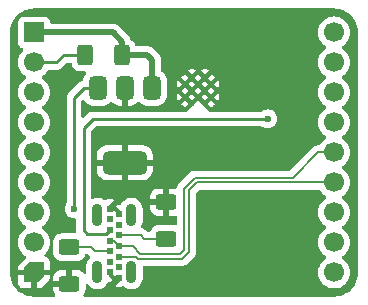
<source format=gbr>
%TF.GenerationSoftware,KiCad,Pcbnew,8.0.4*%
%TF.CreationDate,2024-07-30T11:12:02-04:00*%
%TF.ProjectId,esp32-c3-wroom-socket,65737033-322d-4633-932d-77726f6f6d2d,rev?*%
%TF.SameCoordinates,Original*%
%TF.FileFunction,Copper,L4,Bot*%
%TF.FilePolarity,Positive*%
%FSLAX46Y46*%
G04 Gerber Fmt 4.6, Leading zero omitted, Abs format (unit mm)*
G04 Created by KiCad (PCBNEW 8.0.4) date 2024-07-30 11:12:02*
%MOMM*%
%LPD*%
G01*
G04 APERTURE LIST*
G04 Aperture macros list*
%AMRoundRect*
0 Rectangle with rounded corners*
0 $1 Rounding radius*
0 $2 $3 $4 $5 $6 $7 $8 $9 X,Y pos of 4 corners*
0 Add a 4 corners polygon primitive as box body*
4,1,4,$2,$3,$4,$5,$6,$7,$8,$9,$2,$3,0*
0 Add four circle primitives for the rounded corners*
1,1,$1+$1,$2,$3*
1,1,$1+$1,$4,$5*
1,1,$1+$1,$6,$7*
1,1,$1+$1,$8,$9*
0 Add four rect primitives between the rounded corners*
20,1,$1+$1,$2,$3,$4,$5,0*
20,1,$1+$1,$4,$5,$6,$7,0*
20,1,$1+$1,$6,$7,$8,$9,0*
20,1,$1+$1,$8,$9,$2,$3,0*%
%AMOutline5P*
0 Free polygon, 5 corners , with rotation*
0 The origin of the aperture is its center*
0 number of corners: always 5*
0 $1 to $10 corner X, Y*
0 $11 Rotation angle, in degrees counterclockwise*
0 create outline with 5 corners*
4,1,5,$1,$2,$3,$4,$5,$6,$7,$8,$9,$10,$1,$2,$11*%
%AMOutline6P*
0 Free polygon, 6 corners , with rotation*
0 The origin of the aperture is its center*
0 number of corners: always 6*
0 $1 to $12 corner X, Y*
0 $13 Rotation angle, in degrees counterclockwise*
0 create outline with 6 corners*
4,1,6,$1,$2,$3,$4,$5,$6,$7,$8,$9,$10,$11,$12,$1,$2,$13*%
%AMOutline7P*
0 Free polygon, 7 corners , with rotation*
0 The origin of the aperture is its center*
0 number of corners: always 7*
0 $1 to $14 corner X, Y*
0 $15 Rotation angle, in degrees counterclockwise*
0 create outline with 7 corners*
4,1,7,$1,$2,$3,$4,$5,$6,$7,$8,$9,$10,$11,$12,$13,$14,$1,$2,$15*%
%AMOutline8P*
0 Free polygon, 8 corners , with rotation*
0 The origin of the aperture is its center*
0 number of corners: always 8*
0 $1 to $16 corner X, Y*
0 $17 Rotation angle, in degrees counterclockwise*
0 create outline with 8 corners*
4,1,8,$1,$2,$3,$4,$5,$6,$7,$8,$9,$10,$11,$12,$13,$14,$15,$16,$1,$2,$17*%
G04 Aperture macros list end*
%TA.AperFunction,ComponentPad*%
%ADD10C,0.400000*%
%TD*%
%TA.AperFunction,ComponentPad*%
%ADD11C,0.609600*%
%TD*%
%TA.AperFunction,ComponentPad*%
%ADD12O,0.914400X1.905000*%
%TD*%
%TA.AperFunction,ComponentPad*%
%ADD13R,1.700000X1.700000*%
%TD*%
%TA.AperFunction,ComponentPad*%
%ADD14C,1.700000*%
%TD*%
%TA.AperFunction,ComponentPad*%
%ADD15Outline6P,-0.850000X0.340000X-0.340000X0.850000X0.850000X0.850000X0.850000X-0.340000X0.340000X-0.850000X-0.850000X-0.850000X0.000000*%
%TD*%
%TA.AperFunction,SMDPad,CuDef*%
%ADD16RoundRect,0.375000X-0.375000X0.625000X-0.375000X-0.625000X0.375000X-0.625000X0.375000X0.625000X0*%
%TD*%
%TA.AperFunction,SMDPad,CuDef*%
%ADD17RoundRect,0.500000X-1.400000X0.500000X-1.400000X-0.500000X1.400000X-0.500000X1.400000X0.500000X0*%
%TD*%
%TA.AperFunction,SMDPad,CuDef*%
%ADD18RoundRect,0.250000X0.400000X0.625000X-0.400000X0.625000X-0.400000X-0.625000X0.400000X-0.625000X0*%
%TD*%
%TA.AperFunction,SMDPad,CuDef*%
%ADD19RoundRect,0.250000X-0.625000X0.400000X-0.625000X-0.400000X0.625000X-0.400000X0.625000X0.400000X0*%
%TD*%
%TA.AperFunction,ViaPad*%
%ADD20C,0.600000*%
%TD*%
%TA.AperFunction,Conductor*%
%ADD21C,0.500000*%
%TD*%
%TA.AperFunction,Conductor*%
%ADD22C,0.250000*%
%TD*%
%TA.AperFunction,Conductor*%
%ADD23C,0.200000*%
%TD*%
G04 APERTURE END LIST*
D10*
%TO.P,U1,28,GND__10*%
%TO.N,GND*%
X157350000Y-63300000D03*
%TO.P,U1,29,GND__11*%
X158450000Y-63300000D03*
%TO.P,U1,30,GND__12*%
X156800000Y-63850000D03*
%TO.P,U1,31,GND__13*%
X157900000Y-63850000D03*
%TO.P,U1,32,GND__14*%
X159000000Y-63850000D03*
%TO.P,U1,33,GND__15*%
X157350000Y-64400000D03*
%TO.P,U1,34,GND__16*%
X158450000Y-64400000D03*
%TO.P,U1,35,GND__17*%
X156800000Y-64950000D03*
%TO.P,U1,36,GND__18*%
X157900000Y-64950000D03*
%TO.P,U1,37,GND__19*%
X159000000Y-64950000D03*
%TO.P,U1,38,GND__20*%
X157350000Y-65500000D03*
%TO.P,U1,39,GND__21*%
X158450000Y-65500000D03*
%TD*%
D11*
%TO.P,J3,A1,GND*%
%TO.N,GND*%
X150419999Y-79799999D03*
%TO.P,J3,A4,VBUS*%
%TO.N,VBUS*%
X150419999Y-78899998D03*
%TO.P,J3,A5,CC1*%
%TO.N,Net-(J3-CC1)*%
X150419999Y-78000000D03*
%TO.P,J3,A6,DP1*%
%TO.N,USB_D+*%
X150419999Y-77099999D03*
%TO.P,J3,A7,DN1*%
%TO.N,USB_D-*%
X150419999Y-76199999D03*
%TO.P,J3,A9,VBUS*%
%TO.N,VBUS*%
X150419999Y-75300000D03*
%TO.P,J3,A12,GND*%
%TO.N,GND*%
X150419999Y-74400000D03*
%TO.P,J3,B1,GND*%
X151200000Y-74850000D03*
%TO.P,J3,B4,VBUS*%
%TO.N,VBUS*%
X151200000Y-75750000D03*
%TO.P,J3,B5,CC2*%
%TO.N,Net-(J3-CC2)*%
X151200000Y-76650000D03*
%TO.P,J3,B6,DP2*%
%TO.N,USB_D+*%
X151200000Y-77550000D03*
%TO.P,J3,B7,DN2*%
%TO.N,USB_D-*%
X151200000Y-78450000D03*
%TO.P,J3,B9,VBUS*%
%TO.N,VBUS*%
X151200000Y-79350000D03*
%TO.P,J3,B12,GND*%
%TO.N,GND*%
X151200000Y-80250000D03*
D12*
%TO.P,J3,S_1*%
%TO.N,N/C*%
X149379999Y-79749999D03*
%TO.P,J3,S_2*%
X152239999Y-79749999D03*
%TO.P,J3,S_3*%
X149379999Y-74950000D03*
%TO.P,J3,S_4*%
X152239999Y-74950000D03*
%TD*%
D13*
%TO.P,J2,1*%
%TO.N,3V3*%
X144010000Y-59480000D03*
D14*
%TO.P,J2,2*%
%TO.N,EN*%
X144010000Y-62020000D03*
%TO.P,J2,3*%
%TO.N,GPIO4*%
X144010000Y-64560000D03*
%TO.P,J2,4*%
%TO.N,GPIO5*%
X144010000Y-67100000D03*
%TO.P,J2,5*%
%TO.N,GPIO6*%
X144010000Y-69640000D03*
%TO.P,J2,6*%
%TO.N,GPIO7*%
X144010000Y-72180000D03*
%TO.P,J2,7*%
%TO.N,GPIO8*%
X144010000Y-74720000D03*
%TO.P,J2,8*%
%TO.N,GPIO9*%
X144010000Y-77260000D03*
D15*
%TO.P,J2,9*%
%TO.N,GND*%
X144010000Y-79800000D03*
D14*
%TO.P,J2,10*%
%TO.N,GPIO10*%
X169410000Y-79800000D03*
%TO.P,J2,11*%
%TO.N,UART-RX*%
X169410000Y-77260000D03*
%TO.P,J2,12*%
%TO.N,UART-TX*%
X169410000Y-74720000D03*
%TO.P,J2,13*%
%TO.N,USB_D-*%
X169410000Y-72180000D03*
%TO.P,J2,14*%
%TO.N,USB_D+*%
X169410000Y-69640000D03*
%TO.P,J2,15*%
%TO.N,GPIO3*%
X169410000Y-67100000D03*
%TO.P,J2,16*%
%TO.N,GPIO2*%
X169410000Y-64560000D03*
%TO.P,J2,17*%
%TO.N,GPIO1*%
X169410000Y-62020000D03*
%TO.P,J2,18*%
%TO.N,GPIO0*%
X169410000Y-59480000D03*
%TD*%
D16*
%TO.P,U2,1,VI*%
%TO.N,VBUS*%
X149400000Y-64200000D03*
%TO.P,U2,2,GND*%
%TO.N,GND*%
X151700000Y-64200000D03*
D17*
X151700000Y-70500000D03*
D16*
%TO.P,U2,3,VO*%
%TO.N,3V3*%
X154000000Y-64200000D03*
%TD*%
D18*
%TO.P,R1,1*%
%TO.N,3V3*%
X151450000Y-61400000D03*
%TO.P,R1,2*%
%TO.N,EN*%
X148350000Y-61400000D03*
%TD*%
D19*
%TO.P,R5,1*%
%TO.N,Net-(J3-CC1)*%
X147000000Y-77650000D03*
%TO.P,R5,2*%
%TO.N,GND*%
X147000000Y-80750000D03*
%TD*%
%TO.P,R6,1*%
%TO.N,GND*%
X155200000Y-73850000D03*
%TO.P,R6,2*%
%TO.N,Net-(J3-CC2)*%
X155200000Y-76950000D03*
%TD*%
D20*
%TO.N,GND*%
X163600000Y-75600000D03*
X151800000Y-64200000D03*
%TO.N,VBUS*%
X147400000Y-74400000D03*
%TO.N,USB_D-*%
X163800000Y-66800000D03*
%TD*%
D21*
%TO.N,GND*%
X151700000Y-64200000D02*
X151800000Y-64200000D01*
D22*
X150870000Y-80250000D02*
X151200000Y-80250000D01*
%TO.N,VBUS*%
X148200000Y-64200000D02*
X149400000Y-64200000D01*
X147400000Y-65000000D02*
X148200000Y-64200000D01*
X147400000Y-74400000D02*
X147400000Y-65000000D01*
D23*
%TO.N,USB_D+*%
X150749999Y-77099999D02*
X151200000Y-77550000D01*
X165920000Y-71780000D02*
X168060000Y-69640000D01*
X153000000Y-78200000D02*
X156400000Y-78200000D01*
X156400000Y-78200000D02*
X156700000Y-77900000D01*
X156700000Y-72700000D02*
X157620000Y-71780000D01*
X151200000Y-77550000D02*
X152350000Y-77550000D01*
X157620000Y-71780000D02*
X165920000Y-71780000D01*
X156700000Y-77900000D02*
X156700000Y-72700000D01*
X152350000Y-77550000D02*
X153000000Y-78200000D01*
X150419999Y-77099999D02*
X150749999Y-77099999D01*
X168060000Y-69640000D02*
X169410000Y-69640000D01*
%TO.N,USB_D-*%
X157125000Y-78076041D02*
X157125000Y-72840686D01*
D22*
X148504799Y-76504799D02*
X150115199Y-76504799D01*
X148200000Y-67600000D02*
X148200000Y-76200000D01*
X148200000Y-76200000D02*
X148504799Y-76504799D01*
D23*
X151200000Y-78450000D02*
X152648959Y-78450000D01*
X156576041Y-78625000D02*
X157125000Y-78076041D01*
X157785686Y-72180000D02*
X169410000Y-72180000D01*
D22*
X163800000Y-66800000D02*
X149000000Y-66800000D01*
D23*
X152823959Y-78625000D02*
X156576041Y-78625000D01*
D22*
X150115199Y-76504799D02*
X150419999Y-76199999D01*
D23*
X152648959Y-78450000D02*
X152823959Y-78625000D01*
X157125000Y-72840686D02*
X157785686Y-72180000D01*
D22*
X149000000Y-66800000D02*
X148200000Y-67600000D01*
%TO.N,EN*%
X148350000Y-61400000D02*
X146520000Y-61400000D01*
X144010000Y-62020000D02*
X145900000Y-62020000D01*
X146520000Y-61400000D02*
X145900000Y-62020000D01*
D21*
%TO.N,3V3*%
X154000000Y-61800000D02*
X154000000Y-64200000D01*
X151450000Y-61400000D02*
X153600000Y-61400000D01*
X150680000Y-59480000D02*
X151450000Y-60250000D01*
X153600000Y-61400000D02*
X154000000Y-61800000D01*
X144010000Y-59480000D02*
X150680000Y-59480000D01*
X151450000Y-60250000D02*
X151450000Y-61400000D01*
D23*
%TO.N,Net-(J3-CC2)*%
X153350000Y-76950000D02*
X155200000Y-76950000D01*
X151200000Y-76650000D02*
X153050000Y-76650000D01*
X153050000Y-76650000D02*
X153350000Y-76950000D01*
%TO.N,Net-(J3-CC1)*%
X150419999Y-78000000D02*
X149200000Y-78000000D01*
X149200000Y-78000000D02*
X148850000Y-77650000D01*
X148850000Y-77650000D02*
X147000000Y-77650000D01*
%TD*%
%TA.AperFunction,Conductor*%
%TO.N,GND*%
G36*
X169414042Y-57440765D02*
G01*
X169436774Y-57442254D01*
X169668114Y-57457417D01*
X169684172Y-57459532D01*
X169929888Y-57508408D01*
X169945554Y-57512606D01*
X170096709Y-57563916D01*
X170182788Y-57593136D01*
X170197765Y-57599339D01*
X170415336Y-57706633D01*
X170422460Y-57710146D01*
X170436508Y-57718256D01*
X170644815Y-57857443D01*
X170657679Y-57867314D01*
X170846033Y-58032497D01*
X170857502Y-58043966D01*
X171022685Y-58232320D01*
X171032558Y-58245186D01*
X171050778Y-58272455D01*
X171171743Y-58453492D01*
X171179853Y-58467539D01*
X171290657Y-58692227D01*
X171296864Y-58707213D01*
X171377393Y-58944445D01*
X171381591Y-58960111D01*
X171430465Y-59205813D01*
X171432583Y-59221895D01*
X171449235Y-59475956D01*
X171449500Y-59484066D01*
X171449500Y-79795933D01*
X171449235Y-79804043D01*
X171432583Y-80058104D01*
X171430465Y-80074186D01*
X171381591Y-80319888D01*
X171377393Y-80335554D01*
X171296864Y-80572786D01*
X171290657Y-80587772D01*
X171179853Y-80812460D01*
X171171743Y-80826507D01*
X171032559Y-81034811D01*
X171022685Y-81047679D01*
X170857502Y-81236033D01*
X170846033Y-81247502D01*
X170657679Y-81412685D01*
X170644811Y-81422559D01*
X170436507Y-81561743D01*
X170422460Y-81569853D01*
X170197772Y-81680657D01*
X170182786Y-81686864D01*
X169945554Y-81767393D01*
X169929888Y-81771591D01*
X169684186Y-81820465D01*
X169668104Y-81822583D01*
X169414043Y-81839235D01*
X169405933Y-81839500D01*
X148295523Y-81839500D01*
X148228484Y-81819815D01*
X148182729Y-81767011D01*
X148172785Y-81697853D01*
X148201810Y-81634297D01*
X148207842Y-81627819D01*
X148217315Y-81618345D01*
X148309356Y-81469124D01*
X148309358Y-81469119D01*
X148364505Y-81302697D01*
X148364506Y-81302690D01*
X148374999Y-81199986D01*
X148374999Y-80873799D01*
X148394683Y-80806760D01*
X148447487Y-80761005D01*
X148516646Y-80751061D01*
X148580201Y-80780086D01*
X148602101Y-80804907D01*
X148636107Y-80855800D01*
X148769497Y-80989190D01*
X148769501Y-80989193D01*
X148926351Y-81093998D01*
X148926364Y-81094005D01*
X149100643Y-81166193D01*
X149100648Y-81166195D01*
X149270527Y-81199986D01*
X149285669Y-81202998D01*
X149285672Y-81202999D01*
X149285674Y-81202999D01*
X149474326Y-81202999D01*
X149474327Y-81202998D01*
X149659350Y-81166195D01*
X149833640Y-81094002D01*
X149990497Y-80989193D01*
X150123893Y-80855797D01*
X150228702Y-80698940D01*
X150236760Y-80679485D01*
X150280599Y-80625083D01*
X150346892Y-80603016D01*
X150365206Y-80603717D01*
X150426506Y-80610624D01*
X150427336Y-80610671D01*
X150479857Y-80616588D01*
X150681446Y-80415000D01*
X150681446Y-80414999D01*
X150374018Y-80107571D01*
X150340533Y-80046248D01*
X150337699Y-80019890D01*
X150337699Y-79985851D01*
X150379580Y-80003199D01*
X150460418Y-80003199D01*
X150535103Y-79972264D01*
X150592264Y-79915103D01*
X150602214Y-79891081D01*
X150694725Y-79983592D01*
X150694731Y-79983597D01*
X150848374Y-80080138D01*
X150848377Y-80080140D01*
X150848381Y-80080141D01*
X150848382Y-80080142D01*
X150925158Y-80107007D01*
X151019670Y-80140078D01*
X151019675Y-80140079D01*
X151025324Y-80140715D01*
X150996800Y-80209581D01*
X150996800Y-80290419D01*
X151027735Y-80365104D01*
X151084896Y-80422265D01*
X151159581Y-80453200D01*
X151240419Y-80453200D01*
X151299259Y-80428828D01*
X151293275Y-80495705D01*
X151265566Y-80537985D01*
X150833410Y-80970141D01*
X150848597Y-80979685D01*
X150848601Y-80979687D01*
X151019784Y-81039587D01*
X151199997Y-81059892D01*
X151200003Y-81059892D01*
X151380214Y-81039587D01*
X151534919Y-80985453D01*
X151604698Y-80981891D01*
X151644764Y-80999391D01*
X151786358Y-81094002D01*
X151786360Y-81094003D01*
X151786364Y-81094005D01*
X151960643Y-81166193D01*
X151960648Y-81166195D01*
X152130527Y-81199986D01*
X152145669Y-81202998D01*
X152145672Y-81202999D01*
X152145674Y-81202999D01*
X152334326Y-81202999D01*
X152334327Y-81202998D01*
X152519350Y-81166195D01*
X152693640Y-81094002D01*
X152850497Y-80989193D01*
X152983893Y-80855797D01*
X153088702Y-80698940D01*
X153160895Y-80524650D01*
X153197699Y-80339624D01*
X153197699Y-79349500D01*
X153217384Y-79282461D01*
X153270188Y-79236706D01*
X153321699Y-79225500D01*
X156489372Y-79225500D01*
X156489388Y-79225501D01*
X156496984Y-79225501D01*
X156655095Y-79225501D01*
X156655098Y-79225501D01*
X156807826Y-79184577D01*
X156807828Y-79184575D01*
X156807830Y-79184575D01*
X156807831Y-79184574D01*
X156861305Y-79153701D01*
X156861306Y-79153700D01*
X156944757Y-79105520D01*
X157056561Y-78993716D01*
X157056561Y-78993714D01*
X157066765Y-78983511D01*
X157066769Y-78983506D01*
X157483506Y-78566769D01*
X157483511Y-78566765D01*
X157493714Y-78556561D01*
X157493716Y-78556561D01*
X157605520Y-78444757D01*
X157669854Y-78333327D01*
X157684577Y-78307826D01*
X157725500Y-78155099D01*
X157725500Y-77996984D01*
X157725500Y-73140783D01*
X157745185Y-73073744D01*
X157761819Y-73053102D01*
X157998102Y-72816819D01*
X158059425Y-72783334D01*
X158085783Y-72780500D01*
X168120909Y-72780500D01*
X168187948Y-72800185D01*
X168233292Y-72852097D01*
X168235965Y-72857830D01*
X168235966Y-72857831D01*
X168371501Y-73051395D01*
X168371506Y-73051402D01*
X168538597Y-73218493D01*
X168538603Y-73218498D01*
X168724158Y-73348425D01*
X168767783Y-73403002D01*
X168774977Y-73472500D01*
X168743454Y-73534855D01*
X168724158Y-73551575D01*
X168538597Y-73681505D01*
X168371505Y-73848597D01*
X168235965Y-74042169D01*
X168235964Y-74042171D01*
X168136098Y-74256335D01*
X168136094Y-74256344D01*
X168074938Y-74484586D01*
X168074936Y-74484596D01*
X168054341Y-74719999D01*
X168054341Y-74720000D01*
X168074936Y-74955403D01*
X168074938Y-74955413D01*
X168136094Y-75183655D01*
X168136096Y-75183659D01*
X168136097Y-75183663D01*
X168150007Y-75213493D01*
X168235965Y-75397830D01*
X168235967Y-75397834D01*
X168371501Y-75591395D01*
X168371506Y-75591402D01*
X168538597Y-75758493D01*
X168538603Y-75758498D01*
X168724158Y-75888425D01*
X168767783Y-75943002D01*
X168774977Y-76012500D01*
X168743454Y-76074855D01*
X168724158Y-76091575D01*
X168538597Y-76221505D01*
X168371505Y-76388597D01*
X168235965Y-76582169D01*
X168235964Y-76582171D01*
X168136098Y-76796335D01*
X168136094Y-76796344D01*
X168074938Y-77024586D01*
X168074936Y-77024596D01*
X168054341Y-77259999D01*
X168054341Y-77260000D01*
X168074936Y-77495403D01*
X168074938Y-77495413D01*
X168136094Y-77723655D01*
X168136096Y-77723659D01*
X168136097Y-77723663D01*
X168235965Y-77937830D01*
X168235967Y-77937834D01*
X168277385Y-77996984D01*
X168371501Y-78131396D01*
X168371506Y-78131402D01*
X168538597Y-78298493D01*
X168538603Y-78298498D01*
X168724158Y-78428425D01*
X168767783Y-78483002D01*
X168774977Y-78552500D01*
X168743454Y-78614855D01*
X168724158Y-78631575D01*
X168538597Y-78761505D01*
X168371505Y-78928597D01*
X168235965Y-79122169D01*
X168235964Y-79122171D01*
X168187781Y-79225501D01*
X168136686Y-79335075D01*
X168136098Y-79336335D01*
X168136094Y-79336344D01*
X168074938Y-79564586D01*
X168074936Y-79564596D01*
X168054341Y-79799999D01*
X168054341Y-79800000D01*
X168074936Y-80035403D01*
X168074938Y-80035413D01*
X168136094Y-80263655D01*
X168136096Y-80263659D01*
X168136097Y-80263663D01*
X168183400Y-80365104D01*
X168235965Y-80477830D01*
X168235967Y-80477834D01*
X168278086Y-80537985D01*
X168371505Y-80671401D01*
X168538599Y-80838495D01*
X168592162Y-80876000D01*
X168732165Y-80974032D01*
X168732167Y-80974033D01*
X168732170Y-80974035D01*
X168946337Y-81073903D01*
X169174592Y-81135063D01*
X169345319Y-81150000D01*
X169409999Y-81155659D01*
X169410000Y-81155659D01*
X169410001Y-81155659D01*
X169474681Y-81150000D01*
X169645408Y-81135063D01*
X169873663Y-81073903D01*
X170087830Y-80974035D01*
X170281401Y-80838495D01*
X170448495Y-80671401D01*
X170584035Y-80477830D01*
X170683903Y-80263663D01*
X170745063Y-80035408D01*
X170765659Y-79800000D01*
X170745063Y-79564592D01*
X170683903Y-79336337D01*
X170584035Y-79122171D01*
X170572375Y-79105518D01*
X170448494Y-78928597D01*
X170281402Y-78761506D01*
X170281396Y-78761501D01*
X170095842Y-78631575D01*
X170052217Y-78576998D01*
X170045023Y-78507500D01*
X170076546Y-78445145D01*
X170095842Y-78428425D01*
X170169157Y-78377089D01*
X170281401Y-78298495D01*
X170448495Y-78131401D01*
X170584035Y-77937830D01*
X170683903Y-77723663D01*
X170745063Y-77495408D01*
X170765659Y-77260000D01*
X170745063Y-77024592D01*
X170683903Y-76796337D01*
X170584035Y-76582171D01*
X170572142Y-76565185D01*
X170448494Y-76388597D01*
X170281402Y-76221506D01*
X170281396Y-76221501D01*
X170095842Y-76091575D01*
X170052217Y-76036998D01*
X170045023Y-75967500D01*
X170076546Y-75905145D01*
X170095842Y-75888425D01*
X170129032Y-75865185D01*
X170281401Y-75758495D01*
X170448495Y-75591401D01*
X170584035Y-75397830D01*
X170683903Y-75183663D01*
X170745063Y-74955408D01*
X170765659Y-74720000D01*
X170745063Y-74484592D01*
X170683903Y-74256337D01*
X170584035Y-74042171D01*
X170582078Y-74039375D01*
X170448494Y-73848597D01*
X170281402Y-73681506D01*
X170281396Y-73681501D01*
X170095842Y-73551575D01*
X170052217Y-73496998D01*
X170045023Y-73427500D01*
X170076546Y-73365145D01*
X170095842Y-73348425D01*
X170168853Y-73297302D01*
X170281401Y-73218495D01*
X170448495Y-73051401D01*
X170584035Y-72857830D01*
X170683903Y-72643663D01*
X170745063Y-72415408D01*
X170765659Y-72180000D01*
X170745063Y-71944592D01*
X170683903Y-71716337D01*
X170584035Y-71502171D01*
X170584034Y-71502169D01*
X170448494Y-71308597D01*
X170281402Y-71141506D01*
X170281396Y-71141501D01*
X170095842Y-71011575D01*
X170052217Y-70956998D01*
X170045023Y-70887500D01*
X170076546Y-70825145D01*
X170095842Y-70808425D01*
X170179281Y-70750000D01*
X170281401Y-70678495D01*
X170448495Y-70511401D01*
X170584035Y-70317830D01*
X170683903Y-70103663D01*
X170745063Y-69875408D01*
X170765659Y-69640000D01*
X170745063Y-69404592D01*
X170683903Y-69176337D01*
X170584035Y-68962171D01*
X170584034Y-68962169D01*
X170448494Y-68768597D01*
X170281402Y-68601506D01*
X170281396Y-68601501D01*
X170095842Y-68471575D01*
X170052217Y-68416998D01*
X170045023Y-68347500D01*
X170076546Y-68285145D01*
X170095842Y-68268425D01*
X170118026Y-68252891D01*
X170281401Y-68138495D01*
X170448495Y-67971401D01*
X170584035Y-67777830D01*
X170683903Y-67563663D01*
X170745063Y-67335408D01*
X170765659Y-67100000D01*
X170745063Y-66864592D01*
X170683903Y-66636337D01*
X170584035Y-66422171D01*
X170508392Y-66314140D01*
X170448494Y-66228597D01*
X170281402Y-66061506D01*
X170281396Y-66061501D01*
X170095842Y-65931575D01*
X170052217Y-65876998D01*
X170045023Y-65807500D01*
X170076546Y-65745145D01*
X170095842Y-65728425D01*
X170136437Y-65700000D01*
X170281401Y-65598495D01*
X170448495Y-65431401D01*
X170584035Y-65237830D01*
X170683903Y-65023663D01*
X170745063Y-64795408D01*
X170765659Y-64560000D01*
X170745063Y-64324592D01*
X170683903Y-64096337D01*
X170584035Y-63882171D01*
X170561510Y-63850001D01*
X170448494Y-63688597D01*
X170281402Y-63521506D01*
X170281396Y-63521501D01*
X170095842Y-63391575D01*
X170052217Y-63336998D01*
X170045023Y-63267500D01*
X170076546Y-63205145D01*
X170095842Y-63188425D01*
X170118105Y-63172836D01*
X170281401Y-63058495D01*
X170448495Y-62891401D01*
X170584035Y-62697830D01*
X170683903Y-62483663D01*
X170745063Y-62255408D01*
X170765659Y-62020000D01*
X170745063Y-61784592D01*
X170683903Y-61556337D01*
X170584035Y-61342171D01*
X170583652Y-61341623D01*
X170448494Y-61148597D01*
X170281402Y-60981506D01*
X170281396Y-60981501D01*
X170095842Y-60851575D01*
X170052217Y-60796998D01*
X170045023Y-60727500D01*
X170076546Y-60665145D01*
X170095842Y-60648425D01*
X170133295Y-60622200D01*
X170281401Y-60518495D01*
X170448495Y-60351401D01*
X170584035Y-60157830D01*
X170683903Y-59943663D01*
X170745063Y-59715408D01*
X170765659Y-59480000D01*
X170745063Y-59244592D01*
X170683903Y-59016337D01*
X170584035Y-58802171D01*
X170567170Y-58778084D01*
X170448494Y-58608597D01*
X170281402Y-58441506D01*
X170281395Y-58441501D01*
X170087834Y-58305967D01*
X170087830Y-58305965D01*
X170087828Y-58305964D01*
X169873663Y-58206097D01*
X169873659Y-58206096D01*
X169873655Y-58206094D01*
X169645413Y-58144938D01*
X169645403Y-58144936D01*
X169410001Y-58124341D01*
X169409999Y-58124341D01*
X169174596Y-58144936D01*
X169174586Y-58144938D01*
X168946344Y-58206094D01*
X168946335Y-58206098D01*
X168732171Y-58305964D01*
X168732169Y-58305965D01*
X168538597Y-58441505D01*
X168371505Y-58608597D01*
X168235965Y-58802169D01*
X168235964Y-58802171D01*
X168136098Y-59016335D01*
X168136094Y-59016344D01*
X168074938Y-59244586D01*
X168074936Y-59244596D01*
X168054341Y-59479999D01*
X168054341Y-59480000D01*
X168074936Y-59715403D01*
X168074938Y-59715413D01*
X168136094Y-59943655D01*
X168136096Y-59943659D01*
X168136097Y-59943663D01*
X168176864Y-60031087D01*
X168235965Y-60157830D01*
X168235967Y-60157834D01*
X168371501Y-60351395D01*
X168371506Y-60351402D01*
X168538597Y-60518493D01*
X168538603Y-60518498D01*
X168724158Y-60648425D01*
X168767783Y-60703002D01*
X168774977Y-60772500D01*
X168743454Y-60834855D01*
X168724158Y-60851575D01*
X168538597Y-60981505D01*
X168371505Y-61148597D01*
X168235965Y-61342169D01*
X168235964Y-61342171D01*
X168136098Y-61556335D01*
X168136094Y-61556344D01*
X168074938Y-61784586D01*
X168074936Y-61784596D01*
X168054341Y-62019999D01*
X168054341Y-62020000D01*
X168074936Y-62255403D01*
X168074938Y-62255413D01*
X168136094Y-62483655D01*
X168136096Y-62483659D01*
X168136097Y-62483663D01*
X168211563Y-62645500D01*
X168235965Y-62697830D01*
X168235967Y-62697834D01*
X168330589Y-62832967D01*
X168371501Y-62891396D01*
X168371506Y-62891402D01*
X168538597Y-63058493D01*
X168538603Y-63058498D01*
X168724158Y-63188425D01*
X168767783Y-63243002D01*
X168774977Y-63312500D01*
X168743454Y-63374855D01*
X168724158Y-63391575D01*
X168538597Y-63521505D01*
X168371505Y-63688597D01*
X168235965Y-63882169D01*
X168235964Y-63882171D01*
X168136098Y-64096335D01*
X168136094Y-64096344D01*
X168074938Y-64324586D01*
X168074936Y-64324596D01*
X168054341Y-64559999D01*
X168054341Y-64560000D01*
X168074936Y-64795403D01*
X168074938Y-64795413D01*
X168136094Y-65023655D01*
X168136096Y-65023659D01*
X168136097Y-65023663D01*
X168213160Y-65188924D01*
X168235965Y-65237830D01*
X168235967Y-65237834D01*
X168371501Y-65431395D01*
X168371506Y-65431402D01*
X168538597Y-65598493D01*
X168538603Y-65598498D01*
X168724158Y-65728425D01*
X168767783Y-65783002D01*
X168774977Y-65852500D01*
X168743454Y-65914855D01*
X168724158Y-65931575D01*
X168538597Y-66061505D01*
X168371505Y-66228597D01*
X168235965Y-66422169D01*
X168235964Y-66422171D01*
X168136098Y-66636335D01*
X168136094Y-66636344D01*
X168074938Y-66864586D01*
X168074936Y-66864596D01*
X168054341Y-67099999D01*
X168054341Y-67100000D01*
X168074936Y-67335403D01*
X168074938Y-67335413D01*
X168136094Y-67563655D01*
X168136096Y-67563659D01*
X168136097Y-67563663D01*
X168235965Y-67777830D01*
X168235967Y-67777834D01*
X168371501Y-67971395D01*
X168371506Y-67971402D01*
X168538597Y-68138493D01*
X168538603Y-68138498D01*
X168724158Y-68268425D01*
X168767783Y-68323002D01*
X168774977Y-68392500D01*
X168743454Y-68454855D01*
X168724158Y-68471575D01*
X168538597Y-68601505D01*
X168371506Y-68768596D01*
X168235965Y-68962170D01*
X168235962Y-68962176D01*
X168233292Y-68967903D01*
X168187120Y-69020343D01*
X168120910Y-69039499D01*
X167980943Y-69039499D01*
X167879963Y-69066557D01*
X167828210Y-69080424D01*
X167828209Y-69080425D01*
X167778096Y-69109359D01*
X167778095Y-69109360D01*
X167734689Y-69134420D01*
X167691285Y-69159479D01*
X167691282Y-69159481D01*
X167579478Y-69271286D01*
X165707584Y-71143181D01*
X165646261Y-71176666D01*
X165619903Y-71179500D01*
X157540940Y-71179500D01*
X157500019Y-71190464D01*
X157500019Y-71190465D01*
X157462751Y-71200451D01*
X157388214Y-71220423D01*
X157388209Y-71220426D01*
X157251290Y-71299475D01*
X157251282Y-71299481D01*
X156219479Y-72331284D01*
X156199507Y-72365878D01*
X156191065Y-72380501D01*
X156151126Y-72449676D01*
X156140424Y-72468213D01*
X156100228Y-72618224D01*
X156063862Y-72677884D01*
X156001015Y-72708413D01*
X155967850Y-72709488D01*
X155874986Y-72700000D01*
X155450000Y-72700000D01*
X155450000Y-74999999D01*
X155874972Y-74999999D01*
X155874984Y-74999998D01*
X155962897Y-74991017D01*
X156031590Y-75003786D01*
X156082475Y-75051667D01*
X156099500Y-75114375D01*
X156099500Y-75685120D01*
X156079815Y-75752159D01*
X156027011Y-75797914D01*
X155962898Y-75808478D01*
X155875011Y-75799500D01*
X154524998Y-75799500D01*
X154524981Y-75799501D01*
X154422203Y-75810000D01*
X154422200Y-75810001D01*
X154255668Y-75865185D01*
X154255663Y-75865187D01*
X154106342Y-75957289D01*
X153982289Y-76081342D01*
X153890187Y-76230663D01*
X153890184Y-76230671D01*
X153878972Y-76264506D01*
X153839199Y-76321950D01*
X153774683Y-76348772D01*
X153761267Y-76349500D01*
X153650097Y-76349500D01*
X153583058Y-76329815D01*
X153562416Y-76313181D01*
X153537590Y-76288355D01*
X153537588Y-76288352D01*
X153418717Y-76169481D01*
X153418709Y-76169475D01*
X153308880Y-76106066D01*
X153308879Y-76106065D01*
X153283780Y-76091575D01*
X153281785Y-76090423D01*
X153173175Y-76061320D01*
X153113516Y-76024955D01*
X153082987Y-75962108D01*
X153090708Y-75894096D01*
X153160895Y-75724651D01*
X153197699Y-75539625D01*
X153197699Y-74360375D01*
X153197699Y-74360372D01*
X153197698Y-74360370D01*
X153185687Y-74299986D01*
X153825001Y-74299986D01*
X153835494Y-74402697D01*
X153890641Y-74569119D01*
X153890643Y-74569124D01*
X153982684Y-74718345D01*
X154106654Y-74842315D01*
X154255875Y-74934356D01*
X154255880Y-74934358D01*
X154422302Y-74989505D01*
X154422309Y-74989506D01*
X154525019Y-74999999D01*
X154949999Y-74999999D01*
X154950000Y-74999998D01*
X154950000Y-74100000D01*
X153825001Y-74100000D01*
X153825001Y-74299986D01*
X153185687Y-74299986D01*
X153177006Y-74256344D01*
X153160895Y-74175349D01*
X153155610Y-74162590D01*
X153088705Y-74001065D01*
X153088698Y-74001052D01*
X152983893Y-73844202D01*
X152983890Y-73844198D01*
X152850500Y-73710808D01*
X152850496Y-73710805D01*
X152693646Y-73606000D01*
X152693633Y-73605993D01*
X152519354Y-73533805D01*
X152519342Y-73533802D01*
X152334327Y-73497000D01*
X152334324Y-73497000D01*
X152145674Y-73497000D01*
X152145671Y-73497000D01*
X151960655Y-73533802D01*
X151960643Y-73533805D01*
X151786364Y-73605993D01*
X151786351Y-73606000D01*
X151629501Y-73710805D01*
X151629497Y-73710808D01*
X151496107Y-73844198D01*
X151496104Y-73844202D01*
X151395588Y-73994635D01*
X151341976Y-74039440D01*
X151278602Y-74048964D01*
X151193502Y-74039375D01*
X151192655Y-74039328D01*
X151140140Y-74033411D01*
X150938553Y-74234999D01*
X151245980Y-74542426D01*
X151279465Y-74603749D01*
X151282299Y-74630107D01*
X151282299Y-74664146D01*
X151240419Y-74646800D01*
X151159581Y-74646800D01*
X151084896Y-74677735D01*
X151027735Y-74734896D01*
X151017784Y-74758918D01*
X150925273Y-74666407D01*
X150925267Y-74666402D01*
X150771624Y-74569861D01*
X150771621Y-74569859D01*
X150600328Y-74509921D01*
X150600324Y-74509920D01*
X150594674Y-74509283D01*
X150623199Y-74440419D01*
X150623199Y-74359581D01*
X150592264Y-74284896D01*
X150535103Y-74227735D01*
X150460418Y-74196800D01*
X150379580Y-74196800D01*
X150312894Y-74224421D01*
X150318427Y-74162590D01*
X150346136Y-74120308D01*
X150419999Y-74046446D01*
X150786586Y-73679857D01*
X150786587Y-73679857D01*
X150771395Y-73670312D01*
X150600214Y-73610412D01*
X150420002Y-73590108D01*
X150419996Y-73590108D01*
X150239786Y-73610412D01*
X150068597Y-73670313D01*
X150065151Y-73672479D01*
X150062612Y-73673196D01*
X150062328Y-73673333D01*
X150062304Y-73673283D01*
X149997913Y-73691472D01*
X149931079Y-73671099D01*
X149930298Y-73670581D01*
X149833646Y-73606000D01*
X149833633Y-73605993D01*
X149659354Y-73533805D01*
X149659342Y-73533802D01*
X149474327Y-73497000D01*
X149474324Y-73497000D01*
X149285674Y-73497000D01*
X149285671Y-73497000D01*
X149100655Y-73533802D01*
X149100643Y-73533805D01*
X148996952Y-73576755D01*
X148927482Y-73584224D01*
X148865003Y-73552948D01*
X148829352Y-73492859D01*
X148825500Y-73462194D01*
X148825500Y-73400013D01*
X153825000Y-73400013D01*
X153825000Y-73600000D01*
X154950000Y-73600000D01*
X154950000Y-72700000D01*
X154525028Y-72700000D01*
X154525012Y-72700001D01*
X154422302Y-72710494D01*
X154255880Y-72765641D01*
X154255875Y-72765643D01*
X154106654Y-72857684D01*
X153982684Y-72981654D01*
X153890643Y-73130875D01*
X153890641Y-73130880D01*
X153835494Y-73297302D01*
X153835493Y-73297309D01*
X153825000Y-73400013D01*
X148825500Y-73400013D01*
X148825500Y-71058000D01*
X149300000Y-71058000D01*
X149310608Y-71177325D01*
X149310609Y-71177328D01*
X149366557Y-71372861D01*
X149460721Y-71553129D01*
X149589246Y-71710753D01*
X149746870Y-71839278D01*
X149927138Y-71933442D01*
X150122671Y-71989390D01*
X150122674Y-71989391D01*
X150241999Y-71999999D01*
X150242002Y-72000000D01*
X151450000Y-72000000D01*
X151950000Y-72000000D01*
X153157998Y-72000000D01*
X153158000Y-71999999D01*
X153277325Y-71989391D01*
X153277328Y-71989390D01*
X153472861Y-71933442D01*
X153653129Y-71839278D01*
X153810753Y-71710753D01*
X153939278Y-71553129D01*
X154033442Y-71372861D01*
X154089390Y-71177328D01*
X154089391Y-71177325D01*
X154099999Y-71058000D01*
X154100000Y-71057998D01*
X154100000Y-70750000D01*
X151950000Y-70750000D01*
X151950000Y-72000000D01*
X151450000Y-72000000D01*
X151450000Y-70750000D01*
X149300000Y-70750000D01*
X149300000Y-71058000D01*
X148825500Y-71058000D01*
X148825500Y-69941999D01*
X149300000Y-69941999D01*
X149300000Y-70250000D01*
X151450000Y-70250000D01*
X151950000Y-70250000D01*
X154100000Y-70250000D01*
X154100000Y-69942002D01*
X154099999Y-69941999D01*
X154089391Y-69822674D01*
X154089390Y-69822671D01*
X154033442Y-69627138D01*
X153939278Y-69446870D01*
X153810753Y-69289246D01*
X153653129Y-69160721D01*
X153472861Y-69066557D01*
X153277328Y-69010609D01*
X153277325Y-69010608D01*
X153158000Y-69000000D01*
X151950000Y-69000000D01*
X151950000Y-70250000D01*
X151450000Y-70250000D01*
X151450000Y-69000000D01*
X150241999Y-69000000D01*
X150122674Y-69010608D01*
X150122671Y-69010609D01*
X149927138Y-69066557D01*
X149746870Y-69160721D01*
X149589246Y-69289246D01*
X149460721Y-69446870D01*
X149366557Y-69627138D01*
X149310609Y-69822671D01*
X149310608Y-69822674D01*
X149300000Y-69941999D01*
X148825500Y-69941999D01*
X148825500Y-67910452D01*
X148845185Y-67843413D01*
X148861819Y-67822771D01*
X149222771Y-67461819D01*
X149284094Y-67428334D01*
X149310452Y-67425500D01*
X163255145Y-67425500D01*
X163321116Y-67444505D01*
X163450478Y-67525789D01*
X163558693Y-67563655D01*
X163620745Y-67585368D01*
X163620750Y-67585369D01*
X163799996Y-67605565D01*
X163800000Y-67605565D01*
X163800004Y-67605565D01*
X163979249Y-67585369D01*
X163979252Y-67585368D01*
X163979255Y-67585368D01*
X164149522Y-67525789D01*
X164302262Y-67429816D01*
X164429816Y-67302262D01*
X164525789Y-67149522D01*
X164585368Y-66979255D01*
X164598287Y-66864596D01*
X164605565Y-66800003D01*
X164605565Y-66799996D01*
X164585369Y-66620750D01*
X164585368Y-66620745D01*
X164525788Y-66450476D01*
X164429815Y-66297737D01*
X164302262Y-66170184D01*
X164149523Y-66074211D01*
X163979254Y-66014631D01*
X163979249Y-66014630D01*
X163800004Y-65994435D01*
X163799996Y-65994435D01*
X163620750Y-66014630D01*
X163620745Y-66014631D01*
X163450476Y-66074211D01*
X163321117Y-66155494D01*
X163255145Y-66174500D01*
X158893020Y-66174500D01*
X158825981Y-66154815D01*
X158805339Y-66138181D01*
X158450000Y-65782843D01*
X158137320Y-65470163D01*
X158300000Y-65470163D01*
X158300000Y-65529837D01*
X158322836Y-65584968D01*
X158365032Y-65627164D01*
X158420163Y-65650000D01*
X158479837Y-65650000D01*
X158534968Y-65627164D01*
X158577164Y-65584968D01*
X158600000Y-65529837D01*
X158600000Y-65500000D01*
X158732843Y-65500000D01*
X159068721Y-65835879D01*
X159074371Y-65827693D01*
X159124538Y-65695415D01*
X159166716Y-65639712D01*
X159210807Y-65618989D01*
X159250043Y-65609318D01*
X159332959Y-65565801D01*
X159000000Y-65232843D01*
X158732843Y-65500000D01*
X158600000Y-65500000D01*
X158600000Y-65470163D01*
X158577164Y-65415032D01*
X158534968Y-65372836D01*
X158479837Y-65350000D01*
X158420163Y-65350000D01*
X158365032Y-65372836D01*
X158322836Y-65415032D01*
X158300000Y-65470163D01*
X158137320Y-65470163D01*
X157900000Y-65232843D01*
X157350000Y-65782843D01*
X156994660Y-66138181D01*
X156933337Y-66171666D01*
X156906979Y-66174500D01*
X148938389Y-66174500D01*
X148877971Y-66186518D01*
X148817548Y-66198537D01*
X148817546Y-66198537D01*
X148817545Y-66198538D01*
X148817543Y-66198538D01*
X148781742Y-66213368D01*
X148703715Y-66245686D01*
X148693627Y-66252428D01*
X148693626Y-66252429D01*
X148601268Y-66314140D01*
X148557705Y-66357703D01*
X148514142Y-66401267D01*
X148237181Y-66678228D01*
X148175858Y-66711713D01*
X148106166Y-66706729D01*
X148050233Y-66664857D01*
X148025816Y-66599393D01*
X148025500Y-66590547D01*
X148025500Y-65310452D01*
X148045185Y-65243413D01*
X148061708Y-65222882D01*
X148061794Y-65222794D01*
X148062103Y-65222486D01*
X148123382Y-65188924D01*
X148193080Y-65193820D01*
X148249067Y-65235621D01*
X148260982Y-65254962D01*
X148282969Y-65299295D01*
X148402277Y-65447721D01*
X148402278Y-65447722D01*
X148550704Y-65567030D01*
X148550707Y-65567032D01*
X148721302Y-65651639D01*
X148721303Y-65651639D01*
X148721307Y-65651641D01*
X148906111Y-65697600D01*
X148948877Y-65700500D01*
X149851122Y-65700499D01*
X149893889Y-65697600D01*
X150078693Y-65651641D01*
X150249296Y-65567030D01*
X150397722Y-65447722D01*
X150453675Y-65378112D01*
X150511015Y-65338196D01*
X150580837Y-65335616D01*
X150640970Y-65371194D01*
X150646967Y-65378115D01*
X150702632Y-65447366D01*
X150702633Y-65447367D01*
X150850974Y-65566607D01*
X150850977Y-65566609D01*
X151021476Y-65651168D01*
X151206175Y-65697102D01*
X151248903Y-65700000D01*
X151450000Y-65700000D01*
X151450000Y-64074000D01*
X151469685Y-64006961D01*
X151522489Y-63961206D01*
X151574000Y-63950000D01*
X151826000Y-63950000D01*
X151893039Y-63969685D01*
X151938794Y-64022489D01*
X151950000Y-64074000D01*
X151950000Y-65700000D01*
X152151097Y-65700000D01*
X152193824Y-65697102D01*
X152378523Y-65651168D01*
X152549022Y-65566609D01*
X152549025Y-65566607D01*
X152697366Y-65447367D01*
X152697367Y-65447366D01*
X152753033Y-65378115D01*
X152810376Y-65338196D01*
X152880198Y-65335616D01*
X152940331Y-65371194D01*
X152946305Y-65378089D01*
X153002278Y-65447722D01*
X153002280Y-65447724D01*
X153150704Y-65567030D01*
X153150707Y-65567032D01*
X153321302Y-65651639D01*
X153321303Y-65651639D01*
X153321307Y-65651641D01*
X153506111Y-65697600D01*
X153548877Y-65700500D01*
X154451122Y-65700499D01*
X154493889Y-65697600D01*
X154678693Y-65651641D01*
X154849296Y-65567030D01*
X154850825Y-65565801D01*
X156467039Y-65565801D01*
X156549953Y-65609317D01*
X156589193Y-65618989D01*
X156649574Y-65654144D01*
X156675461Y-65695414D01*
X156725629Y-65827694D01*
X156731277Y-65835878D01*
X157067157Y-65500000D01*
X157067157Y-65499999D01*
X157037321Y-65470163D01*
X157200000Y-65470163D01*
X157200000Y-65529837D01*
X157222836Y-65584968D01*
X157265032Y-65627164D01*
X157320163Y-65650000D01*
X157379837Y-65650000D01*
X157434968Y-65627164D01*
X157477164Y-65584968D01*
X157500000Y-65529837D01*
X157500000Y-65470163D01*
X157477164Y-65415032D01*
X157434968Y-65372836D01*
X157379837Y-65350000D01*
X157320163Y-65350000D01*
X157265032Y-65372836D01*
X157222836Y-65415032D01*
X157200000Y-65470163D01*
X157037321Y-65470163D01*
X156800001Y-65232843D01*
X156800000Y-65232843D01*
X156467039Y-65565801D01*
X154850825Y-65565801D01*
X154997722Y-65447722D01*
X155117030Y-65299296D01*
X155201641Y-65128693D01*
X155246081Y-64949999D01*
X156094859Y-64949999D01*
X156094859Y-64950000D01*
X156115348Y-65118748D01*
X156115349Y-65118751D01*
X156175629Y-65277694D01*
X156181277Y-65285878D01*
X156517157Y-64950000D01*
X156517157Y-64949999D01*
X156487321Y-64920163D01*
X156650000Y-64920163D01*
X156650000Y-64979837D01*
X156672836Y-65034968D01*
X156715032Y-65077164D01*
X156770163Y-65100000D01*
X156829837Y-65100000D01*
X156884968Y-65077164D01*
X156927164Y-65034968D01*
X156950000Y-64979837D01*
X156950000Y-64950000D01*
X157082843Y-64950000D01*
X157350000Y-65217157D01*
X157617157Y-64950000D01*
X157587320Y-64920163D01*
X157750000Y-64920163D01*
X157750000Y-64979837D01*
X157772836Y-65034968D01*
X157815032Y-65077164D01*
X157870163Y-65100000D01*
X157929837Y-65100000D01*
X157984968Y-65077164D01*
X158027164Y-65034968D01*
X158050000Y-64979837D01*
X158050000Y-64950000D01*
X158182843Y-64950000D01*
X158450000Y-65217157D01*
X158717157Y-64950000D01*
X158687320Y-64920163D01*
X158850000Y-64920163D01*
X158850000Y-64979837D01*
X158872836Y-65034968D01*
X158915032Y-65077164D01*
X158970163Y-65100000D01*
X159029837Y-65100000D01*
X159084968Y-65077164D01*
X159127164Y-65034968D01*
X159150000Y-64979837D01*
X159150000Y-64949999D01*
X159282843Y-64949999D01*
X159282843Y-64950001D01*
X159618721Y-65285879D01*
X159624370Y-65277694D01*
X159684650Y-65118751D01*
X159684651Y-65118748D01*
X159705141Y-64950000D01*
X159705141Y-64949999D01*
X159684651Y-64781251D01*
X159684650Y-64781245D01*
X159624371Y-64622305D01*
X159618722Y-64614120D01*
X159282843Y-64949999D01*
X159150000Y-64949999D01*
X159150000Y-64920163D01*
X159127164Y-64865032D01*
X159084968Y-64822836D01*
X159029837Y-64800000D01*
X158970163Y-64800000D01*
X158915032Y-64822836D01*
X158872836Y-64865032D01*
X158850000Y-64920163D01*
X158687320Y-64920163D01*
X158450000Y-64682843D01*
X158182843Y-64950000D01*
X158050000Y-64950000D01*
X158050000Y-64920163D01*
X158027164Y-64865032D01*
X157984968Y-64822836D01*
X157929837Y-64800000D01*
X157870163Y-64800000D01*
X157815032Y-64822836D01*
X157772836Y-64865032D01*
X157750000Y-64920163D01*
X157587320Y-64920163D01*
X157350000Y-64682843D01*
X157082843Y-64950000D01*
X156950000Y-64950000D01*
X156950000Y-64920163D01*
X156927164Y-64865032D01*
X156884968Y-64822836D01*
X156829837Y-64800000D01*
X156770163Y-64800000D01*
X156715032Y-64822836D01*
X156672836Y-64865032D01*
X156650000Y-64920163D01*
X156487321Y-64920163D01*
X156181277Y-64614119D01*
X156175629Y-64622303D01*
X156175628Y-64622306D01*
X156115349Y-64781245D01*
X156115348Y-64781251D01*
X156094859Y-64949999D01*
X155246081Y-64949999D01*
X155247600Y-64943889D01*
X155250500Y-64901123D01*
X155250500Y-64400000D01*
X156532843Y-64400000D01*
X156800000Y-64667157D01*
X157067157Y-64400000D01*
X157037320Y-64370163D01*
X157200000Y-64370163D01*
X157200000Y-64429837D01*
X157222836Y-64484968D01*
X157265032Y-64527164D01*
X157320163Y-64550000D01*
X157379837Y-64550000D01*
X157434968Y-64527164D01*
X157477164Y-64484968D01*
X157500000Y-64429837D01*
X157500000Y-64400000D01*
X157632843Y-64400000D01*
X157900000Y-64667157D01*
X158167157Y-64400000D01*
X158137320Y-64370163D01*
X158300000Y-64370163D01*
X158300000Y-64429837D01*
X158322836Y-64484968D01*
X158365032Y-64527164D01*
X158420163Y-64550000D01*
X158479837Y-64550000D01*
X158534968Y-64527164D01*
X158577164Y-64484968D01*
X158600000Y-64429837D01*
X158600000Y-64400000D01*
X158732843Y-64400000D01*
X159000000Y-64667157D01*
X159267157Y-64400000D01*
X159000000Y-64132843D01*
X158732843Y-64400000D01*
X158600000Y-64400000D01*
X158600000Y-64370163D01*
X158577164Y-64315032D01*
X158534968Y-64272836D01*
X158479837Y-64250000D01*
X158420163Y-64250000D01*
X158365032Y-64272836D01*
X158322836Y-64315032D01*
X158300000Y-64370163D01*
X158137320Y-64370163D01*
X157900000Y-64132843D01*
X157632843Y-64400000D01*
X157500000Y-64400000D01*
X157500000Y-64370163D01*
X157477164Y-64315032D01*
X157434968Y-64272836D01*
X157379837Y-64250000D01*
X157320163Y-64250000D01*
X157265032Y-64272836D01*
X157222836Y-64315032D01*
X157200000Y-64370163D01*
X157037320Y-64370163D01*
X156800000Y-64132843D01*
X156532843Y-64400000D01*
X155250500Y-64400000D01*
X155250499Y-63849999D01*
X156094859Y-63849999D01*
X156094859Y-63850000D01*
X156115348Y-64018748D01*
X156115349Y-64018751D01*
X156175629Y-64177694D01*
X156181277Y-64185878D01*
X156517157Y-63850000D01*
X156517157Y-63849999D01*
X156487321Y-63820163D01*
X156650000Y-63820163D01*
X156650000Y-63879837D01*
X156672836Y-63934968D01*
X156715032Y-63977164D01*
X156770163Y-64000000D01*
X156829837Y-64000000D01*
X156884968Y-63977164D01*
X156927164Y-63934968D01*
X156950000Y-63879837D01*
X156950000Y-63850000D01*
X157082843Y-63850000D01*
X157350000Y-64117157D01*
X157617157Y-63850000D01*
X157587320Y-63820163D01*
X157750000Y-63820163D01*
X157750000Y-63879837D01*
X157772836Y-63934968D01*
X157815032Y-63977164D01*
X157870163Y-64000000D01*
X157929837Y-64000000D01*
X157984968Y-63977164D01*
X158027164Y-63934968D01*
X158050000Y-63879837D01*
X158050000Y-63850000D01*
X158182843Y-63850000D01*
X158450000Y-64117157D01*
X158717157Y-63850000D01*
X158687320Y-63820163D01*
X158850000Y-63820163D01*
X158850000Y-63879837D01*
X158872836Y-63934968D01*
X158915032Y-63977164D01*
X158970163Y-64000000D01*
X159029837Y-64000000D01*
X159084968Y-63977164D01*
X159127164Y-63934968D01*
X159150000Y-63879837D01*
X159150000Y-63849999D01*
X159282843Y-63849999D01*
X159282843Y-63850001D01*
X159618721Y-64185879D01*
X159624370Y-64177694D01*
X159684650Y-64018751D01*
X159684651Y-64018748D01*
X159705141Y-63850000D01*
X159705141Y-63849999D01*
X159684651Y-63681251D01*
X159684650Y-63681245D01*
X159624371Y-63522305D01*
X159618722Y-63514120D01*
X159282843Y-63849999D01*
X159150000Y-63849999D01*
X159150000Y-63820163D01*
X159127164Y-63765032D01*
X159084968Y-63722836D01*
X159029837Y-63700000D01*
X158970163Y-63700000D01*
X158915032Y-63722836D01*
X158872836Y-63765032D01*
X158850000Y-63820163D01*
X158687320Y-63820163D01*
X158450000Y-63582843D01*
X158182843Y-63850000D01*
X158050000Y-63850000D01*
X158050000Y-63820163D01*
X158027164Y-63765032D01*
X157984968Y-63722836D01*
X157929837Y-63700000D01*
X157870163Y-63700000D01*
X157815032Y-63722836D01*
X157772836Y-63765032D01*
X157750000Y-63820163D01*
X157587320Y-63820163D01*
X157350000Y-63582843D01*
X157082843Y-63850000D01*
X156950000Y-63850000D01*
X156950000Y-63820163D01*
X156927164Y-63765032D01*
X156884968Y-63722836D01*
X156829837Y-63700000D01*
X156770163Y-63700000D01*
X156715032Y-63722836D01*
X156672836Y-63765032D01*
X156650000Y-63820163D01*
X156487321Y-63820163D01*
X156181277Y-63514119D01*
X156175629Y-63522303D01*
X156175628Y-63522306D01*
X156115349Y-63681245D01*
X156115348Y-63681251D01*
X156094859Y-63849999D01*
X155250499Y-63849999D01*
X155250499Y-63498878D01*
X155247600Y-63456111D01*
X155201641Y-63271307D01*
X155183236Y-63234196D01*
X156467039Y-63234196D01*
X156800000Y-63567157D01*
X157067157Y-63300000D01*
X157067157Y-63299999D01*
X157037321Y-63270163D01*
X157200000Y-63270163D01*
X157200000Y-63329837D01*
X157222836Y-63384968D01*
X157265032Y-63427164D01*
X157320163Y-63450000D01*
X157379837Y-63450000D01*
X157434968Y-63427164D01*
X157477164Y-63384968D01*
X157500000Y-63329837D01*
X157500000Y-63300000D01*
X157632843Y-63300000D01*
X157900000Y-63567157D01*
X158167157Y-63300000D01*
X158137320Y-63270163D01*
X158300000Y-63270163D01*
X158300000Y-63329837D01*
X158322836Y-63384968D01*
X158365032Y-63427164D01*
X158420163Y-63450000D01*
X158479837Y-63450000D01*
X158534968Y-63427164D01*
X158577164Y-63384968D01*
X158600000Y-63329837D01*
X158600000Y-63299999D01*
X158732843Y-63299999D01*
X158732843Y-63300000D01*
X159000000Y-63567157D01*
X159000001Y-63567157D01*
X159332959Y-63234197D01*
X159332959Y-63234196D01*
X159250044Y-63190681D01*
X159250042Y-63190680D01*
X159210803Y-63181008D01*
X159150423Y-63145851D01*
X159124538Y-63104583D01*
X159074371Y-62972305D01*
X159068722Y-62964120D01*
X158732843Y-63299999D01*
X158600000Y-63299999D01*
X158600000Y-63270163D01*
X158577164Y-63215032D01*
X158534968Y-63172836D01*
X158479837Y-63150000D01*
X158420163Y-63150000D01*
X158365032Y-63172836D01*
X158322836Y-63215032D01*
X158300000Y-63270163D01*
X158137320Y-63270163D01*
X157900000Y-63032843D01*
X157632843Y-63300000D01*
X157500000Y-63300000D01*
X157500000Y-63270163D01*
X157477164Y-63215032D01*
X157434968Y-63172836D01*
X157379837Y-63150000D01*
X157320163Y-63150000D01*
X157265032Y-63172836D01*
X157222836Y-63215032D01*
X157200000Y-63270163D01*
X157037321Y-63270163D01*
X156731277Y-62964119D01*
X156725629Y-62972303D01*
X156725629Y-62972304D01*
X156675461Y-63104584D01*
X156633282Y-63160286D01*
X156589197Y-63181008D01*
X156549955Y-63190681D01*
X156549951Y-63190682D01*
X156467039Y-63234196D01*
X155183236Y-63234196D01*
X155161655Y-63190682D01*
X155117032Y-63100707D01*
X155117030Y-63100704D01*
X154997722Y-62952278D01*
X154997721Y-62952277D01*
X154849295Y-62832969D01*
X154819405Y-62818145D01*
X154768092Y-62770723D01*
X154750500Y-62707057D01*
X154750500Y-62684196D01*
X157017039Y-62684196D01*
X157350000Y-63017157D01*
X157350001Y-63017157D01*
X157682959Y-62684197D01*
X157682959Y-62684196D01*
X158117039Y-62684196D01*
X158450000Y-63017157D01*
X158450001Y-63017157D01*
X158782959Y-62684197D01*
X158782959Y-62684196D01*
X158700046Y-62640682D01*
X158534994Y-62600000D01*
X158365006Y-62600000D01*
X158199951Y-62640682D01*
X158117039Y-62684196D01*
X157682959Y-62684196D01*
X157600046Y-62640682D01*
X157434994Y-62600000D01*
X157265006Y-62600000D01*
X157099951Y-62640682D01*
X157017039Y-62684196D01*
X154750500Y-62684196D01*
X154750500Y-61726079D01*
X154721659Y-61581092D01*
X154721658Y-61581091D01*
X154721658Y-61581087D01*
X154711406Y-61556337D01*
X154665087Y-61444511D01*
X154665080Y-61444498D01*
X154582952Y-61321585D01*
X154582951Y-61321584D01*
X154478416Y-61217049D01*
X154409964Y-61148597D01*
X154078421Y-60817052D01*
X154078414Y-60817046D01*
X153983911Y-60753902D01*
X153983910Y-60753902D01*
X153955495Y-60734916D01*
X153955488Y-60734912D01*
X153818917Y-60678343D01*
X153818907Y-60678340D01*
X153673920Y-60649500D01*
X153673918Y-60649500D01*
X152688585Y-60649500D01*
X152621546Y-60629815D01*
X152575791Y-60577011D01*
X152570879Y-60564504D01*
X152534814Y-60455666D01*
X152442712Y-60306344D01*
X152318656Y-60182288D01*
X152231361Y-60128444D01*
X152184638Y-60076497D01*
X152174842Y-60047095D01*
X152171658Y-60031087D01*
X152162413Y-60008768D01*
X152115087Y-59894511D01*
X152115080Y-59894498D01*
X152032952Y-59771585D01*
X152032951Y-59771584D01*
X151928416Y-59667049D01*
X151737323Y-59475956D01*
X151158418Y-58897049D01*
X151158416Y-58897047D01*
X151092291Y-58852866D01*
X151076355Y-58842218D01*
X151035495Y-58814916D01*
X151035494Y-58814915D01*
X151035492Y-58814914D01*
X151035490Y-58814913D01*
X150898917Y-58758343D01*
X150898907Y-58758340D01*
X150753920Y-58729500D01*
X150753918Y-58729500D01*
X145484499Y-58729500D01*
X145417460Y-58709815D01*
X145371705Y-58657011D01*
X145360499Y-58605500D01*
X145360499Y-58582129D01*
X145360498Y-58582123D01*
X145360497Y-58582116D01*
X145354091Y-58522517D01*
X145328346Y-58453492D01*
X145303797Y-58387671D01*
X145303793Y-58387664D01*
X145217547Y-58272455D01*
X145217544Y-58272452D01*
X145102335Y-58186206D01*
X145102328Y-58186202D01*
X144967482Y-58135908D01*
X144967483Y-58135908D01*
X144907883Y-58129501D01*
X144907881Y-58129500D01*
X144907873Y-58129500D01*
X144907864Y-58129500D01*
X143112129Y-58129500D01*
X143112123Y-58129501D01*
X143052516Y-58135908D01*
X142917671Y-58186202D01*
X142917664Y-58186206D01*
X142802455Y-58272452D01*
X142802452Y-58272455D01*
X142716206Y-58387664D01*
X142716202Y-58387671D01*
X142665908Y-58522517D01*
X142659501Y-58582116D01*
X142659501Y-58582123D01*
X142659500Y-58582135D01*
X142659500Y-60377870D01*
X142659501Y-60377876D01*
X142665908Y-60437483D01*
X142716202Y-60572328D01*
X142716206Y-60572335D01*
X142802452Y-60687544D01*
X142802455Y-60687547D01*
X142917664Y-60773793D01*
X142917671Y-60773797D01*
X143049081Y-60822810D01*
X143105015Y-60864681D01*
X143129432Y-60930145D01*
X143114580Y-60998418D01*
X143093430Y-61026673D01*
X142971503Y-61148600D01*
X142835965Y-61342169D01*
X142835964Y-61342171D01*
X142736098Y-61556335D01*
X142736094Y-61556344D01*
X142674938Y-61784586D01*
X142674936Y-61784596D01*
X142654341Y-62019999D01*
X142654341Y-62020000D01*
X142674936Y-62255403D01*
X142674938Y-62255413D01*
X142736094Y-62483655D01*
X142736096Y-62483659D01*
X142736097Y-62483663D01*
X142811563Y-62645500D01*
X142835965Y-62697830D01*
X142835967Y-62697834D01*
X142930589Y-62832967D01*
X142971501Y-62891396D01*
X142971506Y-62891402D01*
X143138597Y-63058493D01*
X143138603Y-63058498D01*
X143324158Y-63188425D01*
X143367783Y-63243002D01*
X143374977Y-63312500D01*
X143343454Y-63374855D01*
X143324158Y-63391575D01*
X143138597Y-63521505D01*
X142971505Y-63688597D01*
X142835965Y-63882169D01*
X142835964Y-63882171D01*
X142736098Y-64096335D01*
X142736094Y-64096344D01*
X142674938Y-64324586D01*
X142674936Y-64324596D01*
X142654341Y-64559999D01*
X142654341Y-64560000D01*
X142674936Y-64795403D01*
X142674938Y-64795413D01*
X142736094Y-65023655D01*
X142736096Y-65023659D01*
X142736097Y-65023663D01*
X142813160Y-65188924D01*
X142835965Y-65237830D01*
X142835967Y-65237834D01*
X142971501Y-65431395D01*
X142971506Y-65431402D01*
X143138597Y-65598493D01*
X143138603Y-65598498D01*
X143324158Y-65728425D01*
X143367783Y-65783002D01*
X143374977Y-65852500D01*
X143343454Y-65914855D01*
X143324158Y-65931575D01*
X143138597Y-66061505D01*
X142971505Y-66228597D01*
X142835965Y-66422169D01*
X142835964Y-66422171D01*
X142736098Y-66636335D01*
X142736094Y-66636344D01*
X142674938Y-66864586D01*
X142674936Y-66864596D01*
X142654341Y-67099999D01*
X142654341Y-67100000D01*
X142674936Y-67335403D01*
X142674938Y-67335413D01*
X142736094Y-67563655D01*
X142736096Y-67563659D01*
X142736097Y-67563663D01*
X142835965Y-67777830D01*
X142835967Y-67777834D01*
X142971501Y-67971395D01*
X142971506Y-67971402D01*
X143138597Y-68138493D01*
X143138603Y-68138498D01*
X143324158Y-68268425D01*
X143367783Y-68323002D01*
X143374977Y-68392500D01*
X143343454Y-68454855D01*
X143324158Y-68471575D01*
X143138597Y-68601505D01*
X142971505Y-68768597D01*
X142835965Y-68962169D01*
X142835964Y-68962171D01*
X142736098Y-69176335D01*
X142736094Y-69176344D01*
X142674938Y-69404586D01*
X142674936Y-69404596D01*
X142654341Y-69639999D01*
X142654341Y-69640000D01*
X142674936Y-69875403D01*
X142674938Y-69875413D01*
X142736094Y-70103655D01*
X142736096Y-70103659D01*
X142736097Y-70103663D01*
X142804335Y-70250000D01*
X142835965Y-70317830D01*
X142835967Y-70317834D01*
X142918848Y-70436199D01*
X142971501Y-70511396D01*
X142971506Y-70511402D01*
X143138597Y-70678493D01*
X143138603Y-70678498D01*
X143324158Y-70808425D01*
X143367783Y-70863002D01*
X143374977Y-70932500D01*
X143343454Y-70994855D01*
X143324158Y-71011575D01*
X143138597Y-71141505D01*
X142971505Y-71308597D01*
X142835965Y-71502169D01*
X142835964Y-71502171D01*
X142736098Y-71716335D01*
X142736094Y-71716344D01*
X142674938Y-71944586D01*
X142674936Y-71944596D01*
X142654341Y-72179999D01*
X142654341Y-72180000D01*
X142674936Y-72415403D01*
X142674938Y-72415413D01*
X142736094Y-72643655D01*
X142736096Y-72643659D01*
X142736097Y-72643663D01*
X142801227Y-72783334D01*
X142835965Y-72857830D01*
X142835967Y-72857834D01*
X142971501Y-73051395D01*
X142971506Y-73051402D01*
X143138597Y-73218493D01*
X143138603Y-73218498D01*
X143324158Y-73348425D01*
X143367783Y-73403002D01*
X143374977Y-73472500D01*
X143343454Y-73534855D01*
X143324158Y-73551575D01*
X143138597Y-73681505D01*
X142971505Y-73848597D01*
X142835965Y-74042169D01*
X142835964Y-74042171D01*
X142736098Y-74256335D01*
X142736094Y-74256344D01*
X142674938Y-74484586D01*
X142674936Y-74484596D01*
X142654341Y-74719999D01*
X142654341Y-74720000D01*
X142674936Y-74955403D01*
X142674938Y-74955413D01*
X142736094Y-75183655D01*
X142736096Y-75183659D01*
X142736097Y-75183663D01*
X142750007Y-75213493D01*
X142835965Y-75397830D01*
X142835967Y-75397834D01*
X142971501Y-75591395D01*
X142971506Y-75591402D01*
X143138597Y-75758493D01*
X143138603Y-75758498D01*
X143324158Y-75888425D01*
X143367783Y-75943002D01*
X143374977Y-76012500D01*
X143343454Y-76074855D01*
X143324158Y-76091575D01*
X143138597Y-76221505D01*
X142971505Y-76388597D01*
X142835965Y-76582169D01*
X142835964Y-76582171D01*
X142736098Y-76796335D01*
X142736094Y-76796344D01*
X142674938Y-77024586D01*
X142674936Y-77024596D01*
X142654341Y-77259999D01*
X142654341Y-77260000D01*
X142674936Y-77495403D01*
X142674938Y-77495413D01*
X142736094Y-77723655D01*
X142736096Y-77723659D01*
X142736097Y-77723663D01*
X142835965Y-77937830D01*
X142835967Y-77937834D01*
X142877385Y-77996984D01*
X142971505Y-78131401D01*
X143138599Y-78298495D01*
X143250843Y-78377089D01*
X143297395Y-78409685D01*
X143341019Y-78464262D01*
X143348212Y-78533761D01*
X143316690Y-78596115D01*
X143313952Y-78598941D01*
X142777504Y-79135389D01*
X142777492Y-79135403D01*
X142725570Y-79202241D01*
X142725570Y-79202242D01*
X142670549Y-79335075D01*
X142660000Y-79419058D01*
X142660000Y-79550000D01*
X143576988Y-79550000D01*
X143544075Y-79607007D01*
X143510000Y-79734174D01*
X143510000Y-79865826D01*
X143544075Y-79992993D01*
X143576988Y-80050000D01*
X142660000Y-80050000D01*
X142660000Y-80697844D01*
X142666401Y-80757372D01*
X142666403Y-80757379D01*
X142716645Y-80892086D01*
X142716649Y-80892093D01*
X142802809Y-81007187D01*
X142802812Y-81007190D01*
X142917906Y-81093350D01*
X142917913Y-81093354D01*
X143052620Y-81143596D01*
X143052627Y-81143598D01*
X143112155Y-81149999D01*
X143112172Y-81150000D01*
X143760000Y-81150000D01*
X143760000Y-80233012D01*
X143817007Y-80265925D01*
X143944174Y-80300000D01*
X144075826Y-80300000D01*
X144202993Y-80265925D01*
X144260000Y-80233012D01*
X144260000Y-81150000D01*
X144390942Y-81150000D01*
X144390943Y-81149999D01*
X144474925Y-81139450D01*
X144607758Y-81084429D01*
X144674596Y-81032507D01*
X144674609Y-81032496D01*
X145242496Y-80464609D01*
X145242507Y-80464596D01*
X145294429Y-80397758D01*
X145294429Y-80397757D01*
X145334916Y-80300013D01*
X145625000Y-80300013D01*
X145625000Y-80500000D01*
X146750000Y-80500000D01*
X146750000Y-79600000D01*
X146325028Y-79600000D01*
X146325012Y-79600001D01*
X146222302Y-79610494D01*
X146055880Y-79665641D01*
X146055875Y-79665643D01*
X145906654Y-79757684D01*
X145782684Y-79881654D01*
X145690643Y-80030875D01*
X145690641Y-80030880D01*
X145635494Y-80197302D01*
X145635493Y-80197309D01*
X145625000Y-80300013D01*
X145334916Y-80300013D01*
X145349450Y-80264924D01*
X145359999Y-80180941D01*
X145360000Y-80180935D01*
X145360000Y-80050000D01*
X144443012Y-80050000D01*
X144475925Y-79992993D01*
X144510000Y-79865826D01*
X144510000Y-79734174D01*
X144475925Y-79607007D01*
X144443012Y-79550000D01*
X145360000Y-79550000D01*
X145360000Y-78902172D01*
X145359999Y-78902155D01*
X145353598Y-78842627D01*
X145353596Y-78842620D01*
X145303354Y-78707913D01*
X145303350Y-78707906D01*
X145217190Y-78592812D01*
X145217187Y-78592809D01*
X145102093Y-78506649D01*
X145102088Y-78506646D01*
X144970528Y-78457577D01*
X144914595Y-78415705D01*
X144890178Y-78350241D01*
X144905030Y-78281968D01*
X144926175Y-78253720D01*
X145048495Y-78131401D01*
X145184035Y-77937830D01*
X145283903Y-77723663D01*
X145345063Y-77495408D01*
X145365659Y-77260000D01*
X145345063Y-77024592D01*
X145283903Y-76796337D01*
X145184035Y-76582171D01*
X145172142Y-76565185D01*
X145048494Y-76388597D01*
X144881402Y-76221506D01*
X144881396Y-76221501D01*
X144695842Y-76091575D01*
X144652217Y-76036998D01*
X144645023Y-75967500D01*
X144676546Y-75905145D01*
X144695842Y-75888425D01*
X144729032Y-75865185D01*
X144881401Y-75758495D01*
X145048495Y-75591401D01*
X145184035Y-75397830D01*
X145283903Y-75183663D01*
X145345063Y-74955408D01*
X145365659Y-74720000D01*
X145345063Y-74484592D01*
X145283903Y-74256337D01*
X145184035Y-74042171D01*
X145182078Y-74039375D01*
X145048494Y-73848597D01*
X144881402Y-73681506D01*
X144881396Y-73681501D01*
X144695842Y-73551575D01*
X144652217Y-73496998D01*
X144645023Y-73427500D01*
X144676546Y-73365145D01*
X144695842Y-73348425D01*
X144768853Y-73297302D01*
X144881401Y-73218495D01*
X145048495Y-73051401D01*
X145184035Y-72857830D01*
X145283903Y-72643663D01*
X145345063Y-72415408D01*
X145365659Y-72180000D01*
X145345063Y-71944592D01*
X145283903Y-71716337D01*
X145184035Y-71502171D01*
X145184034Y-71502169D01*
X145048494Y-71308597D01*
X144881402Y-71141506D01*
X144881396Y-71141501D01*
X144695842Y-71011575D01*
X144652217Y-70956998D01*
X144645023Y-70887500D01*
X144676546Y-70825145D01*
X144695842Y-70808425D01*
X144779281Y-70750000D01*
X144881401Y-70678495D01*
X145048495Y-70511401D01*
X145184035Y-70317830D01*
X145283903Y-70103663D01*
X145345063Y-69875408D01*
X145365659Y-69640000D01*
X145345063Y-69404592D01*
X145283903Y-69176337D01*
X145184035Y-68962171D01*
X145184034Y-68962169D01*
X145048494Y-68768597D01*
X144881402Y-68601506D01*
X144881396Y-68601501D01*
X144695842Y-68471575D01*
X144652217Y-68416998D01*
X144645023Y-68347500D01*
X144676546Y-68285145D01*
X144695842Y-68268425D01*
X144718026Y-68252891D01*
X144881401Y-68138495D01*
X145048495Y-67971401D01*
X145184035Y-67777830D01*
X145283903Y-67563663D01*
X145345063Y-67335408D01*
X145365659Y-67100000D01*
X145345063Y-66864592D01*
X145283903Y-66636337D01*
X145184035Y-66422171D01*
X145108392Y-66314140D01*
X145048494Y-66228597D01*
X144881402Y-66061506D01*
X144881396Y-66061501D01*
X144695842Y-65931575D01*
X144652217Y-65876998D01*
X144645023Y-65807500D01*
X144676546Y-65745145D01*
X144695842Y-65728425D01*
X144736437Y-65700000D01*
X144881401Y-65598495D01*
X145048495Y-65431401D01*
X145184035Y-65237830D01*
X145283903Y-65023663D01*
X145345063Y-64795408D01*
X145365659Y-64560000D01*
X145345063Y-64324592D01*
X145283903Y-64096337D01*
X145184035Y-63882171D01*
X145161510Y-63850001D01*
X145048494Y-63688597D01*
X144881402Y-63521506D01*
X144881396Y-63521501D01*
X144695842Y-63391575D01*
X144652217Y-63336998D01*
X144645023Y-63267500D01*
X144676546Y-63205145D01*
X144695842Y-63188425D01*
X144718105Y-63172836D01*
X144881401Y-63058495D01*
X145048495Y-62891401D01*
X145183652Y-62698377D01*
X145238229Y-62654752D01*
X145285227Y-62645500D01*
X145961607Y-62645500D01*
X146022029Y-62633481D01*
X146082452Y-62621463D01*
X146082455Y-62621461D01*
X146082458Y-62621461D01*
X146115787Y-62607654D01*
X146115786Y-62607654D01*
X146115792Y-62607652D01*
X146196286Y-62574312D01*
X146247509Y-62540084D01*
X146298733Y-62505858D01*
X146385858Y-62418733D01*
X146385859Y-62418730D01*
X146742773Y-62061817D01*
X146804095Y-62028334D01*
X146830453Y-62025500D01*
X147082465Y-62025500D01*
X147149504Y-62045185D01*
X147195259Y-62097989D01*
X147205823Y-62136898D01*
X147210001Y-62177797D01*
X147210001Y-62177799D01*
X147235720Y-62255413D01*
X147265186Y-62344334D01*
X147357288Y-62493656D01*
X147481344Y-62617712D01*
X147630666Y-62709814D01*
X147797203Y-62764999D01*
X147899991Y-62775500D01*
X148285610Y-62775499D01*
X148352648Y-62795183D01*
X148398403Y-62847987D01*
X148408347Y-62917146D01*
X148382256Y-62977186D01*
X148282969Y-63100704D01*
X148282967Y-63100707D01*
X148198360Y-63271302D01*
X148152400Y-63456107D01*
X148150876Y-63478587D01*
X148126699Y-63544141D01*
X148070920Y-63586217D01*
X148051353Y-63591812D01*
X148017547Y-63598536D01*
X148017546Y-63598537D01*
X147986114Y-63611557D01*
X147970397Y-63618067D01*
X147948169Y-63627274D01*
X147903713Y-63645688D01*
X147893557Y-63652475D01*
X147893449Y-63652547D01*
X147801268Y-63714140D01*
X147757705Y-63757703D01*
X147714142Y-63801267D01*
X146914144Y-64601264D01*
X146914138Y-64601272D01*
X146845690Y-64703708D01*
X146845688Y-64703713D01*
X146812868Y-64782949D01*
X146812868Y-64782950D01*
X146798538Y-64817544D01*
X146798537Y-64817547D01*
X146798537Y-64817548D01*
X146778127Y-64920163D01*
X146774500Y-64938396D01*
X146774500Y-73855145D01*
X146755494Y-73921117D01*
X146674211Y-74050476D01*
X146614631Y-74220745D01*
X146614630Y-74220750D01*
X146594435Y-74399996D01*
X146594435Y-74400003D01*
X146614630Y-74579249D01*
X146614631Y-74579254D01*
X146674211Y-74749523D01*
X146770184Y-74902262D01*
X146897738Y-75029816D01*
X146988080Y-75086582D01*
X147032312Y-75114375D01*
X147050478Y-75125789D01*
X147215850Y-75183655D01*
X147220745Y-75185368D01*
X147220750Y-75185369D01*
X147399997Y-75205565D01*
X147400000Y-75205565D01*
X147400001Y-75205565D01*
X147408723Y-75204582D01*
X147436616Y-75201439D01*
X147505437Y-75213493D01*
X147556817Y-75260841D01*
X147574500Y-75324659D01*
X147574500Y-76138393D01*
X147574500Y-76261607D01*
X147574500Y-76261609D01*
X147574499Y-76261609D01*
X147581728Y-76297946D01*
X147581728Y-76297950D01*
X147581729Y-76297950D01*
X147592342Y-76351311D01*
X147586113Y-76420903D01*
X147543249Y-76476079D01*
X147477358Y-76499322D01*
X147470724Y-76499500D01*
X146324998Y-76499500D01*
X146324981Y-76499501D01*
X146222203Y-76510000D01*
X146222200Y-76510001D01*
X146055668Y-76565185D01*
X146055663Y-76565187D01*
X145906342Y-76657289D01*
X145782289Y-76781342D01*
X145690187Y-76930663D01*
X145690186Y-76930666D01*
X145635001Y-77097203D01*
X145635001Y-77097204D01*
X145635000Y-77097204D01*
X145624500Y-77199983D01*
X145624500Y-78100001D01*
X145624501Y-78100019D01*
X145635000Y-78202796D01*
X145635001Y-78202799D01*
X145690185Y-78369331D01*
X145690187Y-78369336D01*
X145718788Y-78415705D01*
X145782288Y-78518656D01*
X145906344Y-78642712D01*
X146055666Y-78734814D01*
X146222203Y-78789999D01*
X146324991Y-78800500D01*
X147675008Y-78800499D01*
X147777797Y-78789999D01*
X147944334Y-78734814D01*
X148093656Y-78642712D01*
X148217712Y-78518656D01*
X148309814Y-78369334D01*
X148321028Y-78335494D01*
X148360801Y-78278050D01*
X148425317Y-78251228D01*
X148438733Y-78250500D01*
X148549902Y-78250500D01*
X148616941Y-78270185D01*
X148637583Y-78286819D01*
X148727853Y-78377089D01*
X148761338Y-78438412D01*
X148756354Y-78508104D01*
X148727854Y-78552451D01*
X148636104Y-78644201D01*
X148531299Y-78801051D01*
X148531292Y-78801064D01*
X148459104Y-78975343D01*
X148459101Y-78975355D01*
X148422299Y-79160369D01*
X148422299Y-79787276D01*
X148402614Y-79854315D01*
X148349810Y-79900070D01*
X148280652Y-79910014D01*
X148217096Y-79880989D01*
X148210618Y-79874957D01*
X148093345Y-79757684D01*
X147944124Y-79665643D01*
X147944119Y-79665641D01*
X147777697Y-79610494D01*
X147777690Y-79610493D01*
X147674986Y-79600000D01*
X147250000Y-79600000D01*
X147250000Y-80876000D01*
X147230315Y-80943039D01*
X147177511Y-80988794D01*
X147126000Y-81000000D01*
X145625001Y-81000000D01*
X145625001Y-81199986D01*
X145635494Y-81302697D01*
X145690641Y-81469119D01*
X145690643Y-81469124D01*
X145782684Y-81618345D01*
X145792158Y-81627819D01*
X145825643Y-81689142D01*
X145820659Y-81758834D01*
X145778787Y-81814767D01*
X145713323Y-81839184D01*
X145704477Y-81839500D01*
X144014067Y-81839500D01*
X144005957Y-81839235D01*
X143751895Y-81822583D01*
X143735814Y-81820465D01*
X143700770Y-81813494D01*
X143490111Y-81771591D01*
X143474445Y-81767393D01*
X143237213Y-81686864D01*
X143222227Y-81680657D01*
X142997539Y-81569853D01*
X142983492Y-81561743D01*
X142775188Y-81422559D01*
X142762320Y-81412685D01*
X142573966Y-81247502D01*
X142562497Y-81236033D01*
X142481433Y-81143598D01*
X142397311Y-81047675D01*
X142387440Y-81034811D01*
X142385893Y-81032496D01*
X142248256Y-80826507D01*
X142240146Y-80812460D01*
X142170584Y-80671402D01*
X142129339Y-80587765D01*
X142123135Y-80572786D01*
X142106796Y-80524654D01*
X142086414Y-80464609D01*
X142042606Y-80335554D01*
X142038408Y-80319888D01*
X142027224Y-80263663D01*
X141989532Y-80074172D01*
X141987417Y-80058114D01*
X141970765Y-79804042D01*
X141970500Y-79795933D01*
X141970500Y-59484066D01*
X141970765Y-59475957D01*
X141974819Y-59414108D01*
X141987417Y-59221883D01*
X141989531Y-59205829D01*
X142038409Y-58960107D01*
X142042606Y-58944445D01*
X142090326Y-58803865D01*
X142123138Y-58707205D01*
X142129336Y-58692239D01*
X142240149Y-58467533D01*
X142248252Y-58453498D01*
X142387448Y-58245176D01*
X142397305Y-58232331D01*
X142562502Y-58043960D01*
X142573960Y-58032502D01*
X142762331Y-57867305D01*
X142775176Y-57857448D01*
X142983498Y-57718252D01*
X142997533Y-57710149D01*
X143222239Y-57599336D01*
X143237205Y-57593138D01*
X143404945Y-57536197D01*
X143474445Y-57512606D01*
X143490107Y-57508409D01*
X143735829Y-57459531D01*
X143751883Y-57457417D01*
X143984848Y-57442148D01*
X144005958Y-57440765D01*
X144014067Y-57440500D01*
X144075892Y-57440500D01*
X169344108Y-57440500D01*
X169405933Y-57440500D01*
X169414042Y-57440765D01*
G37*
%TD.AperFunction*%
%TD*%
M02*

</source>
